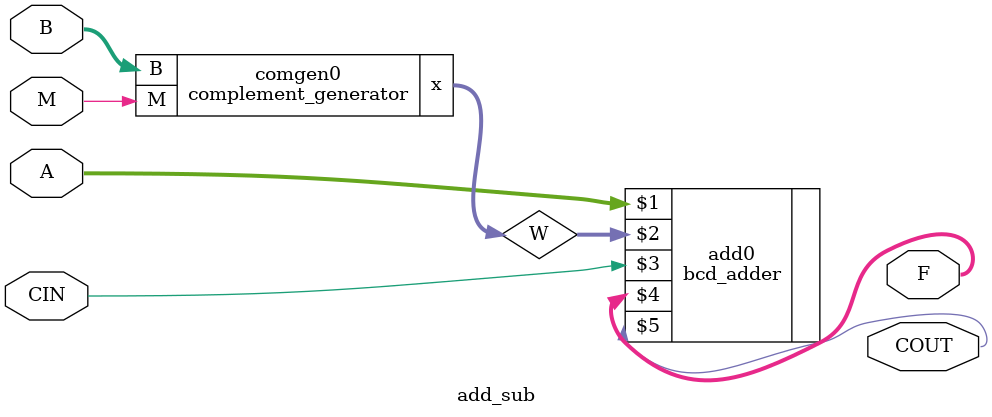
<source format=v>
module fulladd(a, b, c_in,sum, c_out);
  input a, b, c_in;
  output sum, c_out;
  wire s1, c1, c2;
  xor (s1,a, b);
  and ( c1,a, b);
  xor (sum,s1, c_in);
  and (c2,s1, c_in);
  or (c_out,c2, c1);
endmodule

module fulladd4(a, b, c_in,sum, c_out);
  
  input [3:0] a, b;
  input c_in;
  output [3:0] sum;
  output c_out;
  
  wire c1, c2, c3;
  fulladd fa0(a[0], b[0], c_in, sum[0], c1);
  fulladd fa1(a[1], b[1], c1, sum[1], c2);
  fulladd fa2(a[2], b[2], c2, sum[2], c3);
  fulladd fa3(a[3], b[3], c3, sum[3], c_out);
endmodule

module bcd_add_sub( A, B, CIN, F, COUT);
  input [3:0] A, B;
  input CIN;
  output [3:0] F;
  output COUT;
  wire [3:0] Z,S;
  wire k,w1,w2,w3;
  fulladd4 add0(A, B, CIN, Z, k);
  and (w1,Z[3],Z[2]);
  and (w2,Z[3],Z[1]);
  or (COUT,k,w1,w2);
  assign S = {1'b0,COUT,COUT,1'b0};
  fulladd4 add1(Z, S, 0,F,w3);
endmodule

module complement_generator(B, M, x);
  input [3:0]B;
  input M;
  output [3:0]x;
  wire w1,w2,w3,w4,w5,w6,w7,w8,w9;
  xor (x[0],B[0],M);
  assign x[1]=B[1];
  xor (w5,B[1],B[2]);
  and(w9,w5,M);
  not (w1,M);
  and (w6,B[2],w1);
  or (x[2],w9,w6);
  not (w2,B[1]);
  not (w3,B[2]);
  not (w4,B[3]);
  and (w8,M,w2,w3,w4);
  and (w7,B[3],w1);
  or (x[3],w8,w7);
endmodule 

module add_sub(A, B, CIN, M, F, COUT);
  input [3:0]A,B;
  input CIN,M;
  output [3:0]F;
  output COUT;
  wire [3:0]W;
  complement_generator comgen0(B,M,W);
  bcd_adder add0(A, W, CIN, F, COUT);
endmodule 
</source>
